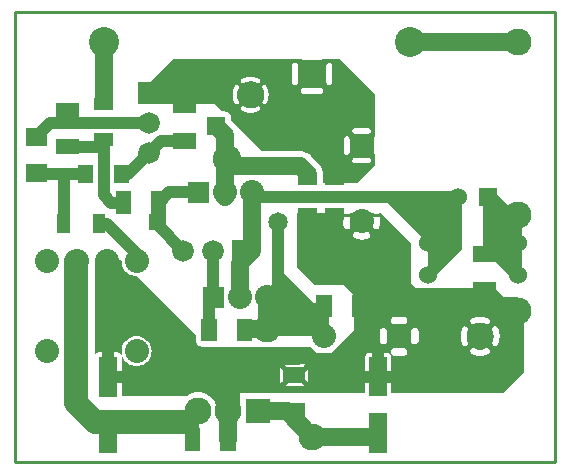
<source format=gbl>
G04 start of page 3 for group 5 idx 5 *
G04 Title: (unknown), bottom *
G04 Creator: pcb-gtk 20140316 *
G04 CreationDate: Tue 27 Oct 2015 12:33:52 PM GMT UTC *
G04 For: janik *
G04 Format: Gerber/RS-274X *
G04 PCB-Dimensions (mm): 45.72 38.10 *
G04 PCB-Coordinate-Origin: lower left *
%MOMM*%
%FSLAX43Y43*%
%LNGBL*%
%ADD53C,0.762*%
%ADD52C,1.194*%
%ADD51C,1.397*%
%ADD50C,0.889*%
%ADD49C,0.711*%
%ADD48C,1.067*%
%ADD47C,0.965*%
%ADD46C,1.143*%
%ADD45C,1.270*%
%ADD44C,2.540*%
%ADD43R,1.562X1.562*%
%ADD42R,1.524X1.524*%
%ADD41R,1.270X1.270*%
%ADD40R,1.300X1.300*%
%ADD39R,1.046X1.046*%
%ADD38C,1.651*%
%ADD37C,2.413*%
%ADD36C,2.286*%
%ADD35C,1.829*%
%ADD34C,0.406*%
%ADD33C,2.032*%
%ADD32C,1.016*%
%ADD31C,1.524*%
%ADD30C,0.254*%
%ADD29C,0.002*%
G54D29*G36*
X34925Y15875D02*Y22479D01*
X37846D01*
Y18034D01*
X35687Y15875D01*
X34925D01*
G37*
G36*
Y21971D02*Y18542D01*
X31496Y21971D01*
X34925D01*
G37*
G36*
X37465Y14732D02*X40640D01*
X41402Y13970D01*
X38227D01*
X37465Y14732D01*
G37*
G36*
X39624Y22733D02*X40767D01*
X42926Y20574D01*
Y15875D01*
X41783D01*
X39624Y18034D01*
Y22733D01*
G37*
G36*
X0Y38100D01*
G37*
G36*
X28702Y14986D02*Y14097D01*
X27813Y14986D01*
X28702D01*
G37*
G36*
X42545Y13970D02*X43053Y13462D01*
Y7620D01*
X41275Y5842D01*
X40705D01*
Y9849D01*
X40735Y9858D01*
X40771Y9875D01*
X40804Y9898D01*
X40833Y9925D01*
X40858Y9957D01*
X40876Y9992D01*
X40935Y10135D01*
X40978Y10284D01*
X41007Y10436D01*
X41021Y10591D01*
Y10745D01*
X41007Y10900D01*
X40978Y11052D01*
X40935Y11201D01*
X40878Y11345D01*
X40859Y11380D01*
X40834Y11412D01*
X40805Y11439D01*
X40772Y11462D01*
X40736Y11479D01*
X40705Y11488D01*
Y13970D01*
X42545D01*
G37*
G36*
X40705Y5842D02*X39371D01*
Y9017D01*
X39447D01*
X39602Y9031D01*
X39754Y9060D01*
X39903Y9103D01*
X40047Y9160D01*
X40082Y9179D01*
X40114Y9204D01*
X40141Y9233D01*
X40164Y9266D01*
X40181Y9302D01*
X40192Y9341D01*
X40198Y9381D01*
X40196Y9421D01*
X40189Y9460D01*
X40175Y9498D01*
X40156Y9533D01*
X40132Y9565D01*
X40102Y9593D01*
X40069Y9616D01*
X40033Y9633D01*
X39994Y9644D01*
X39955Y9649D01*
X39914Y9648D01*
X39875Y9641D01*
X39837Y9626D01*
X39738Y9586D01*
X39635Y9556D01*
X39530Y9536D01*
X39424Y9526D01*
X39371D01*
Y11810D01*
X39424D01*
X39530Y11800D01*
X39635Y11780D01*
X39738Y11750D01*
X39838Y11711D01*
X39875Y11697D01*
X39915Y11689D01*
X39954Y11688D01*
X39994Y11693D01*
X40033Y11704D01*
X40069Y11722D01*
X40102Y11744D01*
X40131Y11772D01*
X40155Y11803D01*
X40174Y11838D01*
X40188Y11876D01*
X40195Y11915D01*
X40196Y11955D01*
X40191Y11995D01*
X40180Y12033D01*
X40163Y12069D01*
X40140Y12102D01*
X40113Y12131D01*
X40081Y12156D01*
X40046Y12174D01*
X39903Y12233D01*
X39754Y12276D01*
X39602Y12305D01*
X39447Y12319D01*
X39371D01*
Y13970D01*
X40705D01*
Y11488D01*
X40697Y11490D01*
X40657Y11496D01*
X40617Y11494D01*
X40578Y11487D01*
X40540Y11473D01*
X40505Y11454D01*
X40473Y11430D01*
X40445Y11400D01*
X40422Y11367D01*
X40405Y11331D01*
X40394Y11292D01*
X40389Y11253D01*
X40390Y11212D01*
X40397Y11173D01*
X40412Y11135D01*
X40452Y11036D01*
X40482Y10933D01*
X40502Y10828D01*
X40512Y10722D01*
Y10614D01*
X40502Y10508D01*
X40482Y10403D01*
X40452Y10300D01*
X40413Y10200D01*
X40399Y10163D01*
X40391Y10123D01*
X40390Y10084D01*
X40395Y10044D01*
X40406Y10005D01*
X40424Y9969D01*
X40446Y9936D01*
X40474Y9907D01*
X40505Y9883D01*
X40540Y9864D01*
X40578Y9850D01*
X40617Y9843D01*
X40657Y9842D01*
X40697Y9847D01*
X40705Y9849D01*
Y5842D01*
G37*
G36*
X39371D02*X38035D01*
Y9848D01*
X38043Y9846D01*
X38083Y9840D01*
X38123Y9842D01*
X38162Y9849D01*
X38200Y9863D01*
X38235Y9882D01*
X38267Y9906D01*
X38295Y9936D01*
X38318Y9969D01*
X38335Y10005D01*
X38346Y10044D01*
X38351Y10083D01*
X38350Y10124D01*
X38343Y10163D01*
X38328Y10201D01*
X38288Y10300D01*
X38258Y10403D01*
X38238Y10508D01*
X38228Y10614D01*
Y10722D01*
X38238Y10828D01*
X38258Y10933D01*
X38288Y11036D01*
X38327Y11136D01*
X38341Y11173D01*
X38349Y11213D01*
X38350Y11252D01*
X38345Y11292D01*
X38334Y11331D01*
X38316Y11367D01*
X38294Y11400D01*
X38266Y11429D01*
X38235Y11453D01*
X38200Y11472D01*
X38162Y11486D01*
X38123Y11493D01*
X38083Y11494D01*
X38043Y11489D01*
X38035Y11487D01*
Y14162D01*
X38227Y13970D01*
X39371D01*
Y12319D01*
X39293D01*
X39138Y12305D01*
X38986Y12276D01*
X38837Y12233D01*
X38693Y12176D01*
X38658Y12157D01*
X38626Y12132D01*
X38599Y12103D01*
X38576Y12070D01*
X38559Y12034D01*
X38548Y11995D01*
X38542Y11955D01*
X38544Y11915D01*
X38551Y11876D01*
X38565Y11838D01*
X38584Y11803D01*
X38608Y11771D01*
X38638Y11743D01*
X38671Y11720D01*
X38707Y11703D01*
X38746Y11692D01*
X38785Y11687D01*
X38826Y11688D01*
X38865Y11695D01*
X38903Y11710D01*
X39002Y11750D01*
X39105Y11780D01*
X39210Y11800D01*
X39316Y11810D01*
X39371D01*
Y9526D01*
X39316D01*
X39210Y9536D01*
X39105Y9556D01*
X39002Y9586D01*
X38902Y9625D01*
X38865Y9639D01*
X38825Y9647D01*
X38786Y9648D01*
X38746Y9643D01*
X38707Y9632D01*
X38671Y9614D01*
X38638Y9592D01*
X38609Y9564D01*
X38585Y9533D01*
X38566Y9498D01*
X38552Y9460D01*
X38545Y9421D01*
X38544Y9381D01*
X38549Y9341D01*
X38560Y9303D01*
X38577Y9267D01*
X38600Y9234D01*
X38627Y9205D01*
X38659Y9180D01*
X38694Y9162D01*
X38837Y9103D01*
X38986Y9060D01*
X39138Y9031D01*
X39293Y9017D01*
X39371D01*
Y5842D01*
G37*
G36*
X38035D02*X33846D01*
Y9969D01*
X33895Y9972D01*
X33944Y9984D01*
X33990Y10003D01*
X34033Y10029D01*
X34071Y10062D01*
X34103Y10100D01*
X34129Y10142D01*
X34148Y10189D01*
X34160Y10237D01*
X34163Y10287D01*
Y11049D01*
X34160Y11099D01*
X34148Y11147D01*
X34129Y11194D01*
X34103Y11236D01*
X34071Y11274D01*
X34033Y11307D01*
X33990Y11333D01*
X33944Y11352D01*
X33895Y11364D01*
X33846Y11367D01*
Y14796D01*
X33909Y14732D01*
X37465D01*
X38035Y14162D01*
Y11487D01*
X38005Y11478D01*
X37969Y11461D01*
X37936Y11438D01*
X37907Y11411D01*
X37882Y11379D01*
X37864Y11344D01*
X37805Y11201D01*
X37762Y11052D01*
X37733Y10900D01*
X37719Y10745D01*
Y10591D01*
X37733Y10436D01*
X37762Y10284D01*
X37805Y10135D01*
X37862Y9991D01*
X37881Y9956D01*
X37906Y9924D01*
X37935Y9897D01*
X37968Y9874D01*
X38004Y9857D01*
X38035Y9848D01*
Y5842D01*
G37*
G36*
X33846D02*X32512D01*
Y9017D01*
X32893D01*
X32943Y9020D01*
X32991Y9032D01*
X33038Y9051D01*
X33080Y9077D01*
X33118Y9109D01*
X33151Y9147D01*
X33177Y9190D01*
X33196Y9236D01*
X33208Y9285D01*
X33211Y9334D01*
X33208Y9384D01*
X33196Y9433D01*
X33177Y9479D01*
X33151Y9522D01*
X33118Y9560D01*
X33080Y9592D01*
X33038Y9618D01*
X32991Y9637D01*
X32943Y9649D01*
X32893Y9652D01*
X32512D01*
Y11684D01*
X32893D01*
X32943Y11687D01*
X32991Y11699D01*
X33038Y11718D01*
X33080Y11744D01*
X33118Y11776D01*
X33151Y11814D01*
X33177Y11857D01*
X33196Y11903D01*
X33208Y11952D01*
X33211Y12002D01*
X33208Y12051D01*
X33196Y12100D01*
X33177Y12146D01*
X33151Y12189D01*
X33118Y12227D01*
X33080Y12259D01*
X33038Y12285D01*
X32991Y12304D01*
X32943Y12316D01*
X32893Y12319D01*
X32512D01*
Y19557D01*
X33528Y18542D01*
Y15113D01*
X33846Y14796D01*
Y11367D01*
X33796Y11364D01*
X33747Y11352D01*
X33701Y11333D01*
X33658Y11307D01*
X33620Y11274D01*
X33588Y11236D01*
X33562Y11194D01*
X33543Y11147D01*
X33531Y11099D01*
X33528Y11049D01*
Y10287D01*
X33531Y10237D01*
X33543Y10189D01*
X33562Y10142D01*
X33588Y10100D01*
X33620Y10062D01*
X33658Y10029D01*
X33701Y10003D01*
X33747Y9984D01*
X33796Y9972D01*
X33846Y9969D01*
Y5842D01*
G37*
G36*
X32512D02*X31819D01*
X31817Y8981D01*
X31806Y9028D01*
X31787Y9072D01*
X31762Y9113D01*
X31731Y9149D01*
X31695Y9180D01*
X31654Y9206D01*
X31609Y9224D01*
X31563Y9235D01*
X31515Y9238D01*
X31178Y9237D01*
Y9969D01*
X31228Y9972D01*
X31277Y9984D01*
X31323Y10003D01*
X31366Y10029D01*
X31404Y10062D01*
X31436Y10100D01*
X31462Y10142D01*
X31481Y10189D01*
X31493Y10237D01*
X31496Y10287D01*
Y11049D01*
X31493Y11099D01*
X31481Y11147D01*
X31462Y11194D01*
X31436Y11236D01*
X31404Y11274D01*
X31366Y11307D01*
X31323Y11333D01*
X31277Y11352D01*
X31228Y11364D01*
X31178Y11367D01*
Y20890D01*
X32512Y19557D01*
Y12319D01*
X32131D01*
X32081Y12316D01*
X32033Y12304D01*
X31986Y12285D01*
X31944Y12259D01*
X31906Y12227D01*
X31873Y12189D01*
X31847Y12146D01*
X31828Y12100D01*
X31816Y12051D01*
X31813Y12002D01*
X31816Y11952D01*
X31828Y11903D01*
X31847Y11857D01*
X31873Y11814D01*
X31906Y11776D01*
X31944Y11744D01*
X31986Y11718D01*
X32033Y11699D01*
X32081Y11687D01*
X32131Y11684D01*
X32512D01*
Y9652D01*
X32131D01*
X32081Y9649D01*
X32033Y9637D01*
X31986Y9618D01*
X31944Y9592D01*
X31906Y9560D01*
X31873Y9522D01*
X31847Y9479D01*
X31828Y9433D01*
X31816Y9384D01*
X31813Y9334D01*
X31816Y9285D01*
X31828Y9236D01*
X31847Y9190D01*
X31873Y9147D01*
X31906Y9109D01*
X31944Y9077D01*
X31986Y9051D01*
X32033Y9032D01*
X32081Y9020D01*
X32131Y9017D01*
X32512D01*
Y5842D01*
G37*
G36*
X31178Y9237D02*X29905Y9235D01*
X29859Y9224D01*
X29814Y9206D01*
X29773Y9180D01*
X29737Y9149D01*
X29706Y9113D01*
X29681Y9072D01*
X29662Y9028D01*
X29651Y8981D01*
X29648Y8933D01*
X29651Y5842D01*
X29338D01*
Y18847D01*
X29415D01*
X29569Y18862D01*
X29721Y18892D01*
X29869Y18936D01*
X29912Y18954D01*
X29950Y18980D01*
X29985Y19010D01*
X30014Y19046D01*
X30037Y19086D01*
X30054Y19129D01*
X30063Y19174D01*
X30066Y19221D01*
X30061Y19266D01*
X30049Y19311D01*
X30031Y19353D01*
X30005Y19392D01*
X29975Y19426D01*
X29939Y19455D01*
X29899Y19479D01*
X29856Y19495D01*
X29811Y19505D01*
X29765Y19507D01*
X29719Y19503D01*
X29674Y19490D01*
X29580Y19461D01*
X29484Y19442D01*
X29386Y19432D01*
X29338D01*
Y21082D01*
X30356Y21082D01*
X30329Y21049D01*
X30305Y21009D01*
X30289Y20966D01*
X30279Y20921D01*
X30277Y20875D01*
X30281Y20829D01*
X30294Y20784D01*
X30323Y20690D01*
X30342Y20594D01*
X30352Y20496D01*
Y20398D01*
X30342Y20300D01*
X30323Y20204D01*
X30295Y20109D01*
X30283Y20065D01*
X30278Y20019D01*
X30280Y19974D01*
X30290Y19929D01*
X30306Y19886D01*
X30330Y19846D01*
X30359Y19810D01*
X30393Y19780D01*
X30431Y19755D01*
X30473Y19736D01*
X30518Y19724D01*
X30564Y19719D01*
X30609Y19722D01*
X30654Y19731D01*
X30697Y19748D01*
X30737Y19771D01*
X30773Y19800D01*
X30803Y19834D01*
X30828Y19873D01*
X30846Y19915D01*
X30892Y20063D01*
X30922Y20215D01*
X30937Y20369D01*
Y20525D01*
X30922Y20679D01*
X30892Y20831D01*
X30848Y20979D01*
X30830Y21022D01*
X30804Y21060D01*
X30785Y21082D01*
X30986Y21082D01*
X31178Y20890D01*
Y11367D01*
X31129Y11364D01*
X31080Y11352D01*
X31034Y11333D01*
X30991Y11307D01*
X30953Y11274D01*
X30921Y11236D01*
X30895Y11194D01*
X30876Y11147D01*
X30864Y11099D01*
X30861Y11049D01*
Y10287D01*
X30864Y10237D01*
X30876Y10189D01*
X30895Y10142D01*
X30921Y10100D01*
X30953Y10062D01*
X30991Y10029D01*
X31034Y10003D01*
X31080Y9984D01*
X31129Y9972D01*
X31178Y9969D01*
Y9237D01*
G37*
G36*
X29338Y5842D02*X23622D01*
Y6463D01*
X24612Y6464D01*
X24651Y6474D01*
X24688Y6489D01*
X24722Y6510D01*
X24752Y6536D01*
X24778Y6566D01*
X24799Y6600D01*
X24814Y6637D01*
X24824Y6676D01*
X24826Y6716D01*
X24824Y8056D01*
X24814Y8095D01*
X24799Y8132D01*
X24778Y8166D01*
X24752Y8196D01*
X24722Y8222D01*
X24688Y8243D01*
X24651Y8258D01*
X24612Y8268D01*
X24572Y8270D01*
X23622Y8269D01*
Y9779D01*
X25019D01*
X25527Y9271D01*
X26797D01*
X28702Y11176D01*
Y14986D01*
X25400D01*
X23876Y16510D01*
Y21082D01*
X27891Y21082D01*
X27871Y21060D01*
X27846Y21021D01*
X27828Y20979D01*
X27782Y20831D01*
X27752Y20679D01*
X27737Y20525D01*
Y20369D01*
X27752Y20215D01*
X27782Y20063D01*
X27826Y19915D01*
X27844Y19872D01*
X27870Y19834D01*
X27900Y19799D01*
X27936Y19770D01*
X27976Y19747D01*
X28019Y19730D01*
X28064Y19721D01*
X28111Y19718D01*
X28156Y19723D01*
X28201Y19735D01*
X28243Y19753D01*
X28282Y19779D01*
X28316Y19809D01*
X28345Y19845D01*
X28369Y19885D01*
X28385Y19928D01*
X28395Y19973D01*
X28397Y20019D01*
X28393Y20065D01*
X28380Y20110D01*
X28351Y20204D01*
X28332Y20300D01*
X28322Y20398D01*
Y20496D01*
X28332Y20594D01*
X28351Y20690D01*
X28379Y20785D01*
X28391Y20829D01*
X28396Y20875D01*
X28394Y20920D01*
X28384Y20965D01*
X28368Y21008D01*
X28344Y21048D01*
X28317Y21082D01*
X29338Y21082D01*
Y19432D01*
X29288D01*
X29190Y19442D01*
X29094Y19461D01*
X28999Y19489D01*
X28955Y19501D01*
X28909Y19506D01*
X28864Y19504D01*
X28819Y19494D01*
X28776Y19478D01*
X28736Y19454D01*
X28700Y19425D01*
X28670Y19391D01*
X28645Y19353D01*
X28626Y19311D01*
X28614Y19266D01*
X28609Y19220D01*
X28612Y19175D01*
X28621Y19130D01*
X28638Y19087D01*
X28661Y19047D01*
X28690Y19011D01*
X28724Y18981D01*
X28763Y18956D01*
X28805Y18938D01*
X28953Y18892D01*
X29105Y18862D01*
X29259Y18847D01*
X29338D01*
Y5842D01*
G37*
G36*
X23622D02*X19050D01*
Y4191D01*
X17112D01*
X17120Y4318D01*
X17105Y4573D01*
X17045Y4822D01*
X16947Y5058D01*
X16813Y5276D01*
X16647Y5471D01*
X16452Y5637D01*
X16234Y5771D01*
X15998Y5869D01*
X15749Y5929D01*
X15494Y5949D01*
X15239Y5929D01*
X14990Y5869D01*
X14754Y5771D01*
X14536Y5637D01*
X14478Y5588D01*
X10285D01*
Y8124D01*
X10287Y8124D01*
X10486Y8140D01*
X10681Y8186D01*
X10865Y8263D01*
X11036Y8367D01*
X11188Y8497D01*
X11318Y8649D01*
X11422Y8820D01*
X11499Y9004D01*
X11545Y9199D01*
X11557Y9398D01*
X11545Y9597D01*
X11499Y9792D01*
X11422Y9976D01*
X11318Y10147D01*
X11188Y10299D01*
X11036Y10429D01*
X10865Y10533D01*
X10681Y10610D01*
X10486Y10656D01*
X10287Y10672D01*
X10285Y10672D01*
Y15744D01*
X10287Y15744D01*
X10291Y15744D01*
X15354Y10681D01*
X15355Y10159D01*
X15371Y10093D01*
X15397Y10030D01*
X15432Y9972D01*
X15476Y9921D01*
X15528Y9877D01*
X15585Y9842D01*
X15648Y9816D01*
X15714Y9800D01*
X15748Y9798D01*
Y9779D01*
X23622D01*
Y8269D01*
X22632Y8268D01*
X22593Y8258D01*
X22556Y8243D01*
X22522Y8222D01*
X22492Y8196D01*
X22466Y8166D01*
X22445Y8132D01*
X22430Y8095D01*
X22420Y8056D01*
X22418Y8016D01*
X22420Y6676D01*
X22430Y6637D01*
X22445Y6600D01*
X22466Y6566D01*
X22492Y6536D01*
X22522Y6510D01*
X22556Y6489D01*
X22593Y6474D01*
X22632Y6464D01*
X22672Y6462D01*
X23622Y6463D01*
Y5842D01*
G37*
G36*
X10285Y5588D02*X9036D01*
X9032Y8980D01*
X9018Y9038D01*
X8995Y9093D01*
X8964Y9145D01*
X8925Y9190D01*
X8880Y9229D01*
X8828Y9261D01*
X8773Y9283D01*
X8715Y9297D01*
X8655Y9301D01*
X7033Y9297D01*
X6975Y9283D01*
X6920Y9261D01*
X6868Y9229D01*
X6823Y9190D01*
X6784Y9145D01*
X6753Y9093D01*
X6734Y9048D01*
Y17018D01*
X6726Y17145D01*
X8890D01*
X9013Y17022D01*
X9013Y17018D01*
X9029Y16819D01*
X9075Y16624D01*
X9152Y16440D01*
X9256Y16269D01*
X9386Y16117D01*
X9538Y15987D01*
X9709Y15883D01*
X9893Y15806D01*
X10088Y15760D01*
X10285Y15744D01*
Y10672D01*
X10088Y10656D01*
X9893Y10610D01*
X9709Y10533D01*
X9538Y10429D01*
X9386Y10299D01*
X9256Y10147D01*
X9152Y9976D01*
X9075Y9792D01*
X9029Y9597D01*
X9013Y9398D01*
X9029Y9199D01*
X9075Y9004D01*
X9152Y8820D01*
X9256Y8649D01*
X9386Y8497D01*
X9538Y8367D01*
X9709Y8263D01*
X9893Y8186D01*
X10088Y8140D01*
X10285Y8124D01*
Y5588D01*
G37*
G36*
X26162Y10668D02*X21336D01*
Y13970D01*
X22733Y15367D01*
Y16002D01*
X25273Y13462D01*
X26543D01*
Y10668D01*
X26162D01*
G37*
G36*
X16764Y34163D02*X16891Y30353D01*
X11303D01*
Y32131D01*
X13335Y34163D01*
X16764D01*
G37*
G36*
X29337Y32258D02*X30480Y31115D01*
Y27561D01*
X30477Y27560D01*
X30447Y27541D01*
X30419Y27518D01*
X30396Y27491D01*
X30377Y27460D01*
X30364Y27427D01*
X30355Y27392D01*
X30353Y27356D01*
Y26238D01*
X30355Y26202D01*
X30364Y26167D01*
X30377Y26134D01*
X30396Y26103D01*
X30419Y26076D01*
X30447Y26053D01*
X30477Y26034D01*
X30480Y26033D01*
Y25146D01*
X29337Y24003D01*
Y25324D01*
X29896D01*
X29932Y25326D01*
X29967Y25334D01*
X30000Y25348D01*
X30031Y25367D01*
X30058Y25390D01*
X30081Y25418D01*
X30100Y25448D01*
X30114Y25482D01*
X30122Y25517D01*
X30125Y25552D01*
X30122Y25588D01*
X30114Y25623D01*
X30100Y25657D01*
X30081Y25687D01*
X30058Y25715D01*
X30031Y25738D01*
X30000Y25757D01*
X29967Y25770D01*
X29932Y25779D01*
X29896Y25781D01*
X29337D01*
Y27813D01*
X29896D01*
X29932Y27815D01*
X29967Y27824D01*
X30000Y27837D01*
X30031Y27856D01*
X30058Y27879D01*
X30081Y27907D01*
X30100Y27937D01*
X30114Y27971D01*
X30122Y28006D01*
X30125Y28042D01*
X30122Y28077D01*
X30114Y28112D01*
X30100Y28146D01*
X30081Y28176D01*
X30058Y28204D01*
X30031Y28227D01*
X30000Y28246D01*
X29967Y28260D01*
X29932Y28268D01*
X29896Y28270D01*
X29337D01*
Y32258D01*
G37*
G36*
X28956Y23622D02*X28092D01*
Y26009D01*
X28128Y26012D01*
X28163Y26020D01*
X28197Y26034D01*
X28227Y26053D01*
X28255Y26076D01*
X28278Y26103D01*
X28297Y26134D01*
X28310Y26167D01*
X28319Y26202D01*
X28321Y26238D01*
Y27356D01*
X28319Y27392D01*
X28310Y27427D01*
X28297Y27460D01*
X28278Y27491D01*
X28255Y27518D01*
X28227Y27541D01*
X28197Y27560D01*
X28163Y27574D01*
X28128Y27582D01*
X28092Y27585D01*
Y33503D01*
X29337Y32258D01*
Y28270D01*
X28778D01*
X28742Y28268D01*
X28707Y28260D01*
X28674Y28246D01*
X28643Y28227D01*
X28616Y28204D01*
X28593Y28176D01*
X28574Y28146D01*
X28560Y28112D01*
X28552Y28077D01*
X28549Y28042D01*
X28552Y28006D01*
X28560Y27971D01*
X28574Y27937D01*
X28593Y27907D01*
X28616Y27879D01*
X28643Y27856D01*
X28674Y27837D01*
X28707Y27824D01*
X28742Y27815D01*
X28778Y27813D01*
X29337D01*
Y25781D01*
X28778D01*
X28742Y25779D01*
X28707Y25770D01*
X28674Y25757D01*
X28643Y25738D01*
X28616Y25715D01*
X28593Y25687D01*
X28574Y25657D01*
X28560Y25623D01*
X28552Y25588D01*
X28549Y25552D01*
X28552Y25517D01*
X28560Y25482D01*
X28574Y25448D01*
X28593Y25418D01*
X28616Y25390D01*
X28643Y25367D01*
X28674Y25348D01*
X28707Y25334D01*
X28742Y25326D01*
X28778Y25324D01*
X29337D01*
Y24003D01*
X28956Y23622D01*
G37*
G36*
X28092D02*X26609D01*
Y31921D01*
X26649Y31924D01*
X26688Y31933D01*
X26725Y31948D01*
X26759Y31969D01*
X26789Y31995D01*
X26815Y32026D01*
X26836Y32060D01*
X26851Y32097D01*
X26861Y32136D01*
X26863Y32175D01*
Y33572D01*
X26861Y33612D01*
X26851Y33651D01*
X26836Y33688D01*
X26815Y33722D01*
X26789Y33753D01*
X26759Y33779D01*
X26725Y33799D01*
X26688Y33815D01*
X26649Y33824D01*
X26609Y33827D01*
Y34163D01*
X27432D01*
X28092Y33503D01*
Y27585D01*
X28057Y27582D01*
X28022Y27574D01*
X27988Y27560D01*
X27958Y27541D01*
X27930Y27518D01*
X27907Y27491D01*
X27888Y27460D01*
X27874Y27427D01*
X27866Y27392D01*
X27864Y27356D01*
Y26238D01*
X27866Y26202D01*
X27874Y26167D01*
X27888Y26134D01*
X27907Y26103D01*
X27930Y26076D01*
X27958Y26053D01*
X27988Y26034D01*
X28022Y26020D01*
X28057Y26012D01*
X28092Y26009D01*
Y23622D01*
G37*
G36*
X26609D02*X26045D01*
X26043Y24157D01*
X26048Y24181D01*
X26064Y24384D01*
X26048Y24587D01*
X26001Y24786D01*
X25923Y24974D01*
X25816Y25148D01*
X25681Y25300D01*
X25149Y25832D01*
Y31159D01*
X25847D01*
X25887Y31162D01*
X25926Y31171D01*
X25963Y31186D01*
X25997Y31207D01*
X26027Y31233D01*
X26053Y31264D01*
X26074Y31298D01*
X26089Y31335D01*
X26099Y31374D01*
X26102Y31413D01*
X26099Y31453D01*
X26089Y31492D01*
X26074Y31529D01*
X26053Y31563D01*
X26027Y31594D01*
X25997Y31620D01*
X25963Y31640D01*
X25926Y31656D01*
X25887Y31665D01*
X25847Y31667D01*
X25149D01*
Y34080D01*
X25847D01*
X25887Y34083D01*
X25926Y34092D01*
X25963Y34107D01*
X25997Y34128D01*
X26027Y34154D01*
X26035Y34163D01*
X26609D01*
Y33827D01*
X26569Y33824D01*
X26530Y33815D01*
X26493Y33799D01*
X26459Y33779D01*
X26429Y33753D01*
X26403Y33722D01*
X26382Y33688D01*
X26367Y33651D01*
X26357Y33612D01*
X26355Y33572D01*
Y32175D01*
X26357Y32136D01*
X26367Y32097D01*
X26382Y32060D01*
X26403Y32026D01*
X26429Y31995D01*
X26459Y31969D01*
X26493Y31948D01*
X26530Y31933D01*
X26569Y31924D01*
X26609Y31921D01*
Y23622D01*
G37*
G36*
X25149Y25832D02*X25046Y25935D01*
X25013Y25974D01*
X24858Y26106D01*
X24684Y26212D01*
X24496Y26290D01*
X24298Y26338D01*
X24298Y26338D01*
X24094Y26354D01*
X24044Y26350D01*
X23688D01*
Y31921D01*
X23728Y31924D01*
X23767Y31933D01*
X23804Y31948D01*
X23838Y31969D01*
X23868Y31995D01*
X23894Y32026D01*
X23915Y32060D01*
X23930Y32097D01*
X23940Y32136D01*
X23942Y32175D01*
Y33572D01*
X23940Y33612D01*
X23930Y33651D01*
X23915Y33688D01*
X23894Y33722D01*
X23868Y33753D01*
X23838Y33779D01*
X23804Y33799D01*
X23767Y33815D01*
X23728Y33824D01*
X23688Y33827D01*
Y34163D01*
X24262D01*
X24270Y34154D01*
X24300Y34128D01*
X24334Y34107D01*
X24371Y34092D01*
X24410Y34083D01*
X24450Y34080D01*
X25149D01*
Y31667D01*
X24450D01*
X24410Y31665D01*
X24371Y31656D01*
X24334Y31640D01*
X24300Y31620D01*
X24270Y31594D01*
X24244Y31563D01*
X24223Y31529D01*
X24208Y31492D01*
X24198Y31453D01*
X24195Y31413D01*
X24198Y31374D01*
X24208Y31335D01*
X24223Y31298D01*
X24244Y31264D01*
X24270Y31233D01*
X24300Y31207D01*
X24334Y31186D01*
X24371Y31171D01*
X24410Y31162D01*
X24450Y31159D01*
X25149D01*
Y25832D01*
G37*
G36*
X23688Y26350D02*X21190D01*
Y30303D01*
X21191Y30303D01*
X21217Y30318D01*
X21241Y30337D01*
X21261Y30359D01*
X21277Y30385D01*
X21339Y30509D01*
X21388Y30638D01*
X21425Y30771D01*
X21450Y30908D01*
X21463Y31046D01*
Y31184D01*
X21450Y31322D01*
X21425Y31459D01*
X21388Y31592D01*
X21339Y31721D01*
X21278Y31846D01*
X21262Y31871D01*
X21241Y31894D01*
X21218Y31913D01*
X21192Y31928D01*
X21190Y31928D01*
Y34163D01*
X23688D01*
Y33827D01*
X23648Y33824D01*
X23609Y33815D01*
X23572Y33799D01*
X23538Y33779D01*
X23508Y33753D01*
X23482Y33722D01*
X23461Y33688D01*
X23446Y33651D01*
X23436Y33612D01*
X23434Y33572D01*
Y32175D01*
X23436Y32136D01*
X23446Y32097D01*
X23461Y32060D01*
X23482Y32026D01*
X23508Y31995D01*
X23538Y31969D01*
X23572Y31948D01*
X23609Y31933D01*
X23648Y31924D01*
X23688Y31921D01*
Y26350D01*
G37*
G36*
X21190D02*X20894D01*
X19940Y27304D01*
Y29591D01*
X20008D01*
X20146Y29604D01*
X20283Y29629D01*
X20416Y29666D01*
X20545Y29715D01*
X20670Y29776D01*
X20695Y29792D01*
X20718Y29813D01*
X20737Y29836D01*
X20752Y29862D01*
X20762Y29890D01*
X20769Y29920D01*
X20770Y29950D01*
X20767Y29980D01*
X20759Y30009D01*
X20747Y30037D01*
X20730Y30062D01*
X20710Y30084D01*
X20686Y30103D01*
X20660Y30118D01*
X20632Y30129D01*
X20603Y30135D01*
X20572Y30137D01*
X20542Y30134D01*
X20513Y30126D01*
X20486Y30113D01*
X20393Y30066D01*
X20296Y30029D01*
X20196Y30001D01*
X20094Y29983D01*
X19991Y29973D01*
X19940D01*
Y32257D01*
X19991D01*
X20094Y32247D01*
X20196Y32229D01*
X20296Y32201D01*
X20393Y32164D01*
X20487Y32118D01*
X20514Y32105D01*
X20543Y32098D01*
X20573Y32094D01*
X20602Y32096D01*
X20632Y32102D01*
X20660Y32113D01*
X20686Y32128D01*
X20709Y32147D01*
X20729Y32169D01*
X20746Y32194D01*
X20758Y32221D01*
X20766Y32250D01*
X20769Y32280D01*
X20767Y32310D01*
X20761Y32339D01*
X20751Y32367D01*
X20736Y32393D01*
X20717Y32417D01*
X20695Y32437D01*
X20669Y32453D01*
X20545Y32515D01*
X20416Y32564D01*
X20283Y32601D01*
X20146Y32626D01*
X20008Y32639D01*
X19940D01*
Y34163D01*
X21190D01*
Y31928D01*
X21164Y31938D01*
X21134Y31945D01*
X21104Y31946D01*
X21074Y31943D01*
X21045Y31935D01*
X21017Y31923D01*
X20992Y31906D01*
X20970Y31886D01*
X20951Y31862D01*
X20936Y31836D01*
X20925Y31808D01*
X20919Y31779D01*
X20917Y31748D01*
X20920Y31718D01*
X20928Y31689D01*
X20941Y31662D01*
X20988Y31569D01*
X21025Y31472D01*
X21053Y31372D01*
X21071Y31270D01*
X21081Y31167D01*
Y31063D01*
X21071Y30960D01*
X21053Y30858D01*
X21025Y30758D01*
X20988Y30661D01*
X20942Y30567D01*
X20929Y30540D01*
X20922Y30511D01*
X20918Y30481D01*
X20920Y30452D01*
X20926Y30422D01*
X20937Y30394D01*
X20952Y30368D01*
X20971Y30345D01*
X20993Y30325D01*
X21018Y30308D01*
X21045Y30296D01*
X21074Y30288D01*
X21104Y30285D01*
X21134Y30287D01*
X21163Y30293D01*
X21190Y30303D01*
Y26350D01*
G37*
G36*
X19940Y27304D02*X18688Y28556D01*
Y30302D01*
X18714Y30292D01*
X18744Y30285D01*
X18774Y30284D01*
X18804Y30287D01*
X18833Y30295D01*
X18861Y30307D01*
X18886Y30324D01*
X18908Y30344D01*
X18927Y30368D01*
X18942Y30394D01*
X18953Y30422D01*
X18959Y30451D01*
X18961Y30482D01*
X18958Y30512D01*
X18950Y30541D01*
X18937Y30568D01*
X18890Y30661D01*
X18853Y30758D01*
X18825Y30858D01*
X18807Y30960D01*
X18797Y31063D01*
Y31167D01*
X18807Y31270D01*
X18825Y31372D01*
X18853Y31472D01*
X18890Y31569D01*
X18936Y31663D01*
X18949Y31690D01*
X18956Y31719D01*
X18960Y31749D01*
X18958Y31778D01*
X18952Y31808D01*
X18941Y31836D01*
X18926Y31862D01*
X18907Y31885D01*
X18885Y31905D01*
X18860Y31922D01*
X18833Y31934D01*
X18804Y31942D01*
X18774Y31945D01*
X18744Y31943D01*
X18715Y31937D01*
X18688Y31927D01*
Y34163D01*
X19940D01*
Y32639D01*
X19870D01*
X19732Y32626D01*
X19595Y32601D01*
X19462Y32564D01*
X19333Y32515D01*
X19208Y32454D01*
X19183Y32438D01*
X19160Y32417D01*
X19141Y32394D01*
X19126Y32368D01*
X19116Y32340D01*
X19109Y32310D01*
X19108Y32280D01*
X19111Y32250D01*
X19119Y32221D01*
X19131Y32193D01*
X19148Y32168D01*
X19168Y32146D01*
X19192Y32127D01*
X19218Y32112D01*
X19246Y32101D01*
X19275Y32095D01*
X19306Y32093D01*
X19336Y32096D01*
X19365Y32104D01*
X19392Y32117D01*
X19485Y32164D01*
X19582Y32201D01*
X19682Y32229D01*
X19784Y32247D01*
X19887Y32257D01*
X19940D01*
Y29973D01*
X19887D01*
X19784Y29983D01*
X19682Y30001D01*
X19582Y30029D01*
X19485Y30066D01*
X19391Y30112D01*
X19364Y30125D01*
X19335Y30132D01*
X19305Y30136D01*
X19276Y30134D01*
X19246Y30128D01*
X19218Y30117D01*
X19192Y30102D01*
X19169Y30083D01*
X19149Y30061D01*
X19132Y30036D01*
X19120Y30009D01*
X19112Y29980D01*
X19109Y29950D01*
X19111Y29920D01*
X19117Y29891D01*
X19127Y29863D01*
X19142Y29837D01*
X19161Y29813D01*
X19183Y29793D01*
X19209Y29777D01*
X19333Y29715D01*
X19462Y29666D01*
X19595Y29629D01*
X19732Y29604D01*
X19870Y29591D01*
X19940D01*
Y27304D01*
G37*
G36*
X18688Y28556D02*X18259Y28985D01*
X18258Y29286D01*
X18240Y29360D01*
X18211Y29430D01*
X18172Y29495D01*
X18122Y29552D01*
X18065Y29602D01*
X18000Y29641D01*
X17930Y29670D01*
X17856Y29688D01*
X17780Y29693D01*
X17552Y29692D01*
X16891Y30353D01*
X16764Y34163D01*
X18688D01*
Y31927D01*
X18687Y31927D01*
X18661Y31912D01*
X18637Y31893D01*
X18617Y31871D01*
X18601Y31845D01*
X18539Y31721D01*
X18490Y31592D01*
X18453Y31459D01*
X18428Y31322D01*
X18415Y31184D01*
Y31046D01*
X18428Y30908D01*
X18453Y30771D01*
X18490Y30638D01*
X18539Y30509D01*
X18600Y30384D01*
X18616Y30359D01*
X18637Y30336D01*
X18660Y30317D01*
X18686Y30302D01*
X18688Y30302D01*
Y28556D01*
G37*
G54D30*X0Y38100D02*X45720D01*
G54D31*X33401Y35560D02*X42545D01*
G54D32*X20066Y22479D02*X37465D01*
X12319Y27178D02*X14351D01*
G54D31*X17018Y28448D02*X17780Y27686D01*
Y22479D01*
X17964Y25055D02*X24094D01*
X24765Y24384D01*
G54D32*X7493Y27305D02*Y22606D01*
X15494Y22860D02*X13057D01*
X4445Y26718D02*X7493D01*
G54D31*Y35560D02*Y30607D01*
G54D30*X0Y0D02*Y38100D01*
G54D32*X5969Y24384D02*X1778D01*
X4112Y20193D02*Y24384D01*
X2921Y28702D02*X1778Y27559D01*
X11303Y28702D02*X2921D01*
X12319Y27178D02*X9525Y24384D01*
X9017D02*X9525D01*
X10239Y17701D02*X7747Y20193D01*
X7112D01*
X7493Y22606D02*X8128Y21971D01*
X9144D01*
X12065Y21868D02*Y20066D01*
G54D30*X45720Y38100D02*Y0D01*
X27432Y20955D02*X30861D01*
X0Y0D02*X45720D01*
G54D33*X5159Y17018D02*Y5001D01*
X6731Y3429D01*
G54D32*X10239Y17018D02*Y17701D01*
G54D34*X24892Y8382D02*X24257Y7747D01*
X24892Y6350D02*X24257Y6985D01*
X22352Y6350D02*X22987Y6985D01*
G54D31*X15494Y4318D02*X14605Y3429D01*
G54D33*X6731D02*X14605D01*
G54D32*X15034Y1905D02*Y3429D01*
G54D31*X18034Y4318D02*Y1905D01*
G54D32*X16637Y13843D02*X16764Y13970D01*
X22225Y14859D02*X21336Y13970D01*
G54D31*X18034Y4572D02*Y6350D01*
X21336Y11303D02*X19558D01*
X25146Y2159D02*X30734D01*
X25146D02*X22987Y4318D01*
X20574D01*
G54D32*X30734Y7252D02*Y9271D01*
X29210Y7239D02*X32004D01*
G54D34*X22352Y8382D02*X22987Y7747D01*
G54D32*X7874Y7239D02*X9271D01*
X7874D02*Y9779D01*
G54D31*X19050Y16891D02*X19431Y17272D01*
X19050Y13970D02*Y16891D01*
G54D32*X16431Y11176D02*Y13970D01*
X16764Y17907D02*Y14097D01*
G54D31*X20066Y17907D02*X19304Y17145D01*
X20066Y22860D02*Y17907D01*
X21336Y11303D02*Y13970D01*
G54D32*X22225Y20320D02*Y14859D01*
X13057Y22860D02*X12065Y21868D01*
Y20066D02*X14224Y17907D01*
G54D29*G36*
X16256Y29210D02*Y27686D01*
X17780D01*
Y29210D01*
X16256D01*
G37*
G54D31*X17018Y30988D03*
G54D29*G36*
X10389Y32156D02*Y30328D01*
X12217D01*
Y32156D01*
X10389D01*
G37*
G54D35*X11303Y28702D03*
Y26162D03*
G54D36*X19939Y31115D03*
G54D29*G36*
X23942Y34080D02*Y31667D01*
X26355D01*
Y34080D01*
X23942D01*
G37*
G54D37*X17964Y25690D03*
G54D36*X42545Y12827D03*
Y20955D03*
G54D31*X34925Y18542D03*
X42545D03*
X34925Y15875D03*
X42545D03*
G54D36*Y35560D03*
G54D29*G36*
X39243Y23241D02*Y21717D01*
X40767D01*
Y23241D01*
X39243D01*
G37*
G54D31*X37465Y22479D03*
G54D29*G36*
X28321Y27813D02*Y25781D01*
X30353D01*
Y27813D01*
X28321D01*
G37*
G54D33*X29337Y20447D03*
G54D36*X39370Y10668D03*
G54D29*G36*
X31496Y11684D02*Y9652D01*
X33528D01*
Y11684D01*
X31496D01*
G37*
G36*
X19558Y5334D02*Y3302D01*
X21590D01*
Y5334D01*
X19558D01*
G37*
G54D36*X18034Y4318D03*
X15494D03*
X25146Y2159D03*
G54D33*X26162Y10668D03*
X10287Y9398D03*
X2667D03*
G54D36*X21336Y11303D03*
G54D29*G36*
X14605Y23749D02*Y21971D01*
X16383D01*
Y23749D01*
X14605D01*
G37*
G54D35*X16764Y17907D03*
X14224D03*
G54D33*X17780Y22860D03*
X20066D03*
X10287Y17018D03*
X7747D03*
X5207D03*
X2667D03*
G54D29*G36*
X15875Y14859D02*Y13081D01*
X17653D01*
Y14859D01*
X15875D01*
G37*
G54D33*X19050Y13970D03*
X21336D03*
G54D29*G36*
X18390Y18821D02*Y16993D01*
X20218D01*
Y18821D01*
X18390D01*
G37*
G36*
X11366Y21018D02*Y19622D01*
X12764D01*
Y21018D01*
X11366D01*
G37*
G54D38*X22225Y20320D03*
G54D39*X7112Y20493D02*Y19893D01*
X4112Y20493D02*Y19893D01*
G54D40*X9168Y22271D02*Y21671D01*
G54D41*X9017Y24511D02*Y24257D01*
G54D40*X12168Y22271D02*Y21671D01*
G54D39*X7193Y27305D02*X7793D01*
G54D40*X14051Y27178D02*X14651D01*
G54D39*X7193Y30305D02*X7793D01*
G54D40*X14051Y30178D02*X14651D01*
X4145Y29718D02*X4745D01*
X4145Y26718D02*X4745D01*
G54D42*X1651Y24511D02*X1905D01*
X1651Y27559D02*X1905D01*
G54D41*X5969Y24511D02*Y24257D01*
G54D40*X23322Y4366D02*X23922D01*
X23322Y7366D02*X23922D01*
G54D43*X30734Y3352D02*Y1552D01*
X7874Y3339D02*Y1539D01*
Y8139D02*Y6339D01*
G54D40*X15034Y2205D02*Y1605D01*
X16431Y11476D02*Y10876D01*
X19431Y11476D02*Y10876D01*
X18034Y2205D02*Y1605D01*
G54D39*X24465Y24003D02*X25065D01*
X24465Y21003D02*X25065D01*
X26751Y24003D02*X27351D01*
X26751Y21003D02*X27351D01*
G54D40*X39451Y17629D02*X40051D01*
X39451Y14629D02*X40051D01*
X29162Y13508D02*Y12908D01*
X26162Y13508D02*Y12908D01*
G54D43*X30734Y8152D02*Y6352D01*
G54D44*X33401Y35560D03*
X7493D03*
G54D45*G54D46*G54D47*G54D48*G54D32*G54D46*G54D32*G54D49*G54D32*G54D47*G54D50*G54D32*G54D50*G54D51*G54D45*G54D32*G54D50*G54D32*G54D52*G54D48*G54D32*G54D52*G54D48*G54D53*M02*

</source>
